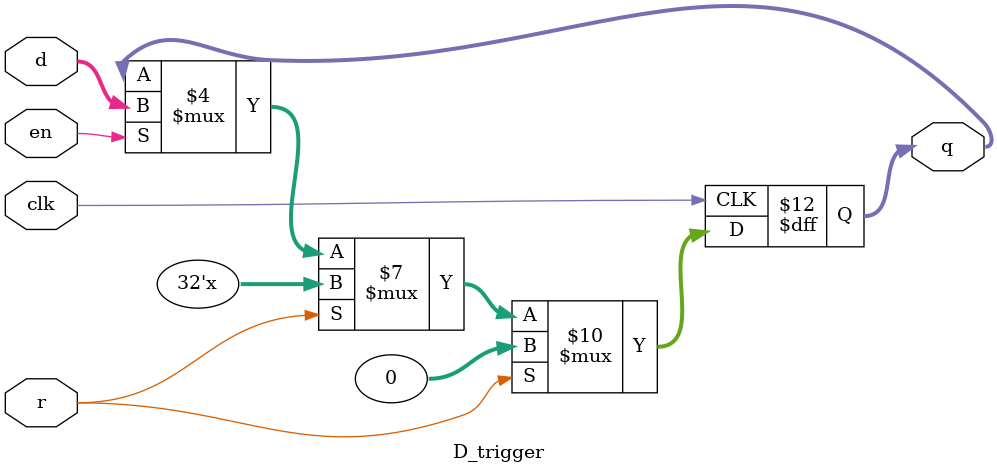
<source format=v>
`timescale 1ns / 1ps
module D_trigger(d, en, r, clk, q);
	parameter n = 32;
	input en,r,clk;
	input [n-1:0] d;
	output [n-1:0] q;
	reg [n-1:0] q = 0;

	always @ (posedge clk)
		if(r) q={n{1'b0}};
		else if(en) q=d;

endmodule

</source>
